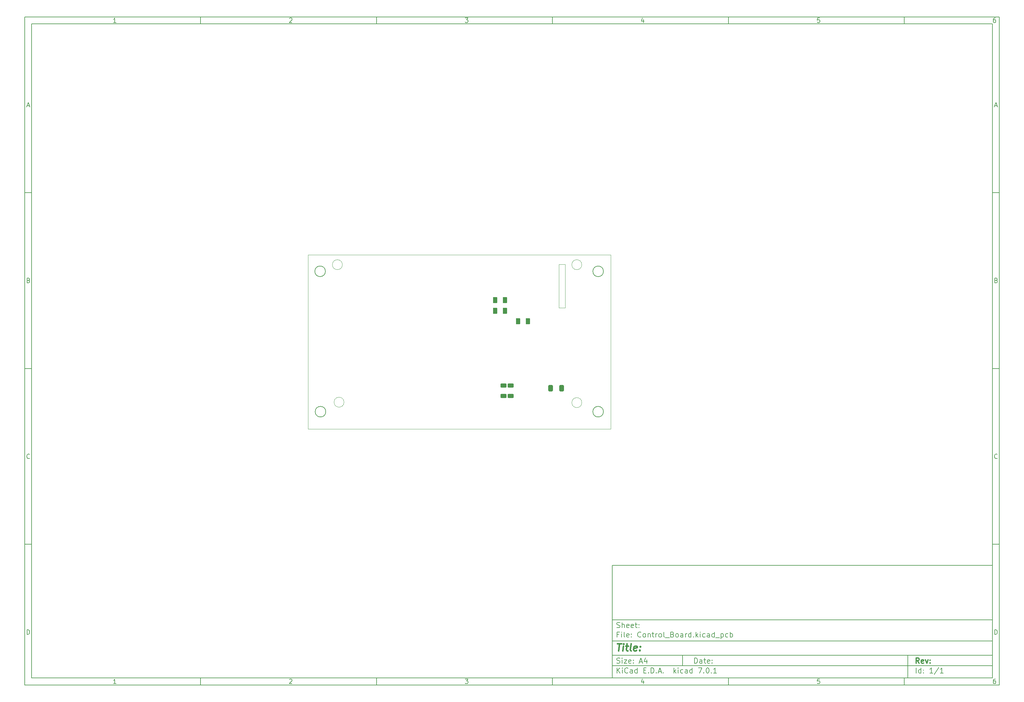
<source format=gbr>
%TF.GenerationSoftware,KiCad,Pcbnew,7.0.1*%
%TF.CreationDate,2024-01-20T13:41:41+00:00*%
%TF.ProjectId,Control_Board,436f6e74-726f-46c5-9f42-6f6172642e6b,rev?*%
%TF.SameCoordinates,Original*%
%TF.FileFunction,Paste,Bot*%
%TF.FilePolarity,Positive*%
%FSLAX45Y45*%
G04 Gerber Fmt 4.5, Leading zero omitted, Abs format (unit mm)*
G04 Created by KiCad (PCBNEW 7.0.1) date 2024-01-20 13:41:41*
%MOMM*%
%LPD*%
G01*
G04 APERTURE LIST*
G04 Aperture macros list*
%AMRoundRect*
0 Rectangle with rounded corners*
0 $1 Rounding radius*
0 $2 $3 $4 $5 $6 $7 $8 $9 X,Y pos of 4 corners*
0 Add a 4 corners polygon primitive as box body*
4,1,4,$2,$3,$4,$5,$6,$7,$8,$9,$2,$3,0*
0 Add four circle primitives for the rounded corners*
1,1,$1+$1,$2,$3*
1,1,$1+$1,$4,$5*
1,1,$1+$1,$6,$7*
1,1,$1+$1,$8,$9*
0 Add four rect primitives between the rounded corners*
20,1,$1+$1,$2,$3,$4,$5,0*
20,1,$1+$1,$4,$5,$6,$7,0*
20,1,$1+$1,$6,$7,$8,$9,0*
20,1,$1+$1,$8,$9,$2,$3,0*%
G04 Aperture macros list end*
%ADD10C,0.100000*%
%ADD11C,0.150000*%
%ADD12C,0.300000*%
%ADD13C,0.400000*%
%ADD14RoundRect,0.250000X0.412500X0.650000X-0.412500X0.650000X-0.412500X-0.650000X0.412500X-0.650000X0*%
%ADD15RoundRect,0.250000X-0.625000X0.312500X-0.625000X-0.312500X0.625000X-0.312500X0.625000X0.312500X0*%
%ADD16RoundRect,0.250000X-0.375000X-0.625000X0.375000X-0.625000X0.375000X0.625000X-0.375000X0.625000X0*%
%ADD17RoundRect,0.250000X0.625000X-0.312500X0.625000X0.312500X-0.625000X0.312500X-0.625000X-0.312500X0*%
%TA.AperFunction,Profile*%
%ADD18C,0.200000*%
%TD*%
%TA.AperFunction,Profile*%
%ADD19C,0.100000*%
%TD*%
G04 APERTURE END LIST*
D10*
D11*
X17700220Y-16600720D02*
X28500220Y-16600720D01*
X28500220Y-19800720D01*
X17700220Y-19800720D01*
X17700220Y-16600720D01*
D10*
D11*
X1000000Y-1000000D02*
X28700220Y-1000000D01*
X28700220Y-20000720D01*
X1000000Y-20000720D01*
X1000000Y-1000000D01*
D10*
D11*
X1200000Y-1200000D02*
X28500220Y-1200000D01*
X28500220Y-19800720D01*
X1200000Y-19800720D01*
X1200000Y-1200000D01*
D10*
D11*
X6000000Y-1200000D02*
X6000000Y-1000000D01*
D10*
D11*
X11000000Y-1200000D02*
X11000000Y-1000000D01*
D10*
D11*
X16000000Y-1200000D02*
X16000000Y-1000000D01*
D10*
D11*
X21000000Y-1200000D02*
X21000000Y-1000000D01*
D10*
D11*
X26000000Y-1200000D02*
X26000000Y-1000000D01*
D10*
D11*
X3599048Y-1160140D02*
X3524762Y-1160140D01*
X3561905Y-1160140D02*
X3561905Y-1030140D01*
X3561905Y-1030140D02*
X3549524Y-1048712D01*
X3549524Y-1048712D02*
X3537143Y-1061093D01*
X3537143Y-1061093D02*
X3524762Y-1067283D01*
D10*
D11*
X8524762Y-1042521D02*
X8530952Y-1036331D01*
X8530952Y-1036331D02*
X8543333Y-1030140D01*
X8543333Y-1030140D02*
X8574286Y-1030140D01*
X8574286Y-1030140D02*
X8586667Y-1036331D01*
X8586667Y-1036331D02*
X8592857Y-1042521D01*
X8592857Y-1042521D02*
X8599048Y-1054902D01*
X8599048Y-1054902D02*
X8599048Y-1067283D01*
X8599048Y-1067283D02*
X8592857Y-1085855D01*
X8592857Y-1085855D02*
X8518571Y-1160140D01*
X8518571Y-1160140D02*
X8599048Y-1160140D01*
D10*
D11*
X13518571Y-1030140D02*
X13599048Y-1030140D01*
X13599048Y-1030140D02*
X13555714Y-1079664D01*
X13555714Y-1079664D02*
X13574286Y-1079664D01*
X13574286Y-1079664D02*
X13586667Y-1085855D01*
X13586667Y-1085855D02*
X13592857Y-1092045D01*
X13592857Y-1092045D02*
X13599048Y-1104426D01*
X13599048Y-1104426D02*
X13599048Y-1135379D01*
X13599048Y-1135379D02*
X13592857Y-1147760D01*
X13592857Y-1147760D02*
X13586667Y-1153950D01*
X13586667Y-1153950D02*
X13574286Y-1160140D01*
X13574286Y-1160140D02*
X13537143Y-1160140D01*
X13537143Y-1160140D02*
X13524762Y-1153950D01*
X13524762Y-1153950D02*
X13518571Y-1147760D01*
D10*
D11*
X18586667Y-1073474D02*
X18586667Y-1160140D01*
X18555714Y-1023950D02*
X18524762Y-1116807D01*
X18524762Y-1116807D02*
X18605238Y-1116807D01*
D10*
D11*
X23592857Y-1030140D02*
X23530952Y-1030140D01*
X23530952Y-1030140D02*
X23524762Y-1092045D01*
X23524762Y-1092045D02*
X23530952Y-1085855D01*
X23530952Y-1085855D02*
X23543333Y-1079664D01*
X23543333Y-1079664D02*
X23574286Y-1079664D01*
X23574286Y-1079664D02*
X23586667Y-1085855D01*
X23586667Y-1085855D02*
X23592857Y-1092045D01*
X23592857Y-1092045D02*
X23599048Y-1104426D01*
X23599048Y-1104426D02*
X23599048Y-1135379D01*
X23599048Y-1135379D02*
X23592857Y-1147760D01*
X23592857Y-1147760D02*
X23586667Y-1153950D01*
X23586667Y-1153950D02*
X23574286Y-1160140D01*
X23574286Y-1160140D02*
X23543333Y-1160140D01*
X23543333Y-1160140D02*
X23530952Y-1153950D01*
X23530952Y-1153950D02*
X23524762Y-1147760D01*
D10*
D11*
X28586667Y-1030140D02*
X28561905Y-1030140D01*
X28561905Y-1030140D02*
X28549524Y-1036331D01*
X28549524Y-1036331D02*
X28543333Y-1042521D01*
X28543333Y-1042521D02*
X28530952Y-1061093D01*
X28530952Y-1061093D02*
X28524762Y-1085855D01*
X28524762Y-1085855D02*
X28524762Y-1135379D01*
X28524762Y-1135379D02*
X28530952Y-1147760D01*
X28530952Y-1147760D02*
X28537143Y-1153950D01*
X28537143Y-1153950D02*
X28549524Y-1160140D01*
X28549524Y-1160140D02*
X28574286Y-1160140D01*
X28574286Y-1160140D02*
X28586667Y-1153950D01*
X28586667Y-1153950D02*
X28592857Y-1147760D01*
X28592857Y-1147760D02*
X28599048Y-1135379D01*
X28599048Y-1135379D02*
X28599048Y-1104426D01*
X28599048Y-1104426D02*
X28592857Y-1092045D01*
X28592857Y-1092045D02*
X28586667Y-1085855D01*
X28586667Y-1085855D02*
X28574286Y-1079664D01*
X28574286Y-1079664D02*
X28549524Y-1079664D01*
X28549524Y-1079664D02*
X28537143Y-1085855D01*
X28537143Y-1085855D02*
X28530952Y-1092045D01*
X28530952Y-1092045D02*
X28524762Y-1104426D01*
D10*
D11*
X6000000Y-19800720D02*
X6000000Y-20000720D01*
D10*
D11*
X11000000Y-19800720D02*
X11000000Y-20000720D01*
D10*
D11*
X16000000Y-19800720D02*
X16000000Y-20000720D01*
D10*
D11*
X21000000Y-19800720D02*
X21000000Y-20000720D01*
D10*
D11*
X26000000Y-19800720D02*
X26000000Y-20000720D01*
D10*
D11*
X3599048Y-19960860D02*
X3524762Y-19960860D01*
X3561905Y-19960860D02*
X3561905Y-19830860D01*
X3561905Y-19830860D02*
X3549524Y-19849432D01*
X3549524Y-19849432D02*
X3537143Y-19861813D01*
X3537143Y-19861813D02*
X3524762Y-19868003D01*
D10*
D11*
X8524762Y-19843241D02*
X8530952Y-19837051D01*
X8530952Y-19837051D02*
X8543333Y-19830860D01*
X8543333Y-19830860D02*
X8574286Y-19830860D01*
X8574286Y-19830860D02*
X8586667Y-19837051D01*
X8586667Y-19837051D02*
X8592857Y-19843241D01*
X8592857Y-19843241D02*
X8599048Y-19855622D01*
X8599048Y-19855622D02*
X8599048Y-19868003D01*
X8599048Y-19868003D02*
X8592857Y-19886575D01*
X8592857Y-19886575D02*
X8518571Y-19960860D01*
X8518571Y-19960860D02*
X8599048Y-19960860D01*
D10*
D11*
X13518571Y-19830860D02*
X13599048Y-19830860D01*
X13599048Y-19830860D02*
X13555714Y-19880384D01*
X13555714Y-19880384D02*
X13574286Y-19880384D01*
X13574286Y-19880384D02*
X13586667Y-19886575D01*
X13586667Y-19886575D02*
X13592857Y-19892765D01*
X13592857Y-19892765D02*
X13599048Y-19905146D01*
X13599048Y-19905146D02*
X13599048Y-19936099D01*
X13599048Y-19936099D02*
X13592857Y-19948480D01*
X13592857Y-19948480D02*
X13586667Y-19954670D01*
X13586667Y-19954670D02*
X13574286Y-19960860D01*
X13574286Y-19960860D02*
X13537143Y-19960860D01*
X13537143Y-19960860D02*
X13524762Y-19954670D01*
X13524762Y-19954670D02*
X13518571Y-19948480D01*
D10*
D11*
X18586667Y-19874194D02*
X18586667Y-19960860D01*
X18555714Y-19824670D02*
X18524762Y-19917527D01*
X18524762Y-19917527D02*
X18605238Y-19917527D01*
D10*
D11*
X23592857Y-19830860D02*
X23530952Y-19830860D01*
X23530952Y-19830860D02*
X23524762Y-19892765D01*
X23524762Y-19892765D02*
X23530952Y-19886575D01*
X23530952Y-19886575D02*
X23543333Y-19880384D01*
X23543333Y-19880384D02*
X23574286Y-19880384D01*
X23574286Y-19880384D02*
X23586667Y-19886575D01*
X23586667Y-19886575D02*
X23592857Y-19892765D01*
X23592857Y-19892765D02*
X23599048Y-19905146D01*
X23599048Y-19905146D02*
X23599048Y-19936099D01*
X23599048Y-19936099D02*
X23592857Y-19948480D01*
X23592857Y-19948480D02*
X23586667Y-19954670D01*
X23586667Y-19954670D02*
X23574286Y-19960860D01*
X23574286Y-19960860D02*
X23543333Y-19960860D01*
X23543333Y-19960860D02*
X23530952Y-19954670D01*
X23530952Y-19954670D02*
X23524762Y-19948480D01*
D10*
D11*
X28586667Y-19830860D02*
X28561905Y-19830860D01*
X28561905Y-19830860D02*
X28549524Y-19837051D01*
X28549524Y-19837051D02*
X28543333Y-19843241D01*
X28543333Y-19843241D02*
X28530952Y-19861813D01*
X28530952Y-19861813D02*
X28524762Y-19886575D01*
X28524762Y-19886575D02*
X28524762Y-19936099D01*
X28524762Y-19936099D02*
X28530952Y-19948480D01*
X28530952Y-19948480D02*
X28537143Y-19954670D01*
X28537143Y-19954670D02*
X28549524Y-19960860D01*
X28549524Y-19960860D02*
X28574286Y-19960860D01*
X28574286Y-19960860D02*
X28586667Y-19954670D01*
X28586667Y-19954670D02*
X28592857Y-19948480D01*
X28592857Y-19948480D02*
X28599048Y-19936099D01*
X28599048Y-19936099D02*
X28599048Y-19905146D01*
X28599048Y-19905146D02*
X28592857Y-19892765D01*
X28592857Y-19892765D02*
X28586667Y-19886575D01*
X28586667Y-19886575D02*
X28574286Y-19880384D01*
X28574286Y-19880384D02*
X28549524Y-19880384D01*
X28549524Y-19880384D02*
X28537143Y-19886575D01*
X28537143Y-19886575D02*
X28530952Y-19892765D01*
X28530952Y-19892765D02*
X28524762Y-19905146D01*
D10*
D11*
X1000000Y-6000000D02*
X1200000Y-6000000D01*
D10*
D11*
X1000000Y-11000000D02*
X1200000Y-11000000D01*
D10*
D11*
X1000000Y-16000000D02*
X1200000Y-16000000D01*
D10*
D11*
X1069048Y-3522998D02*
X1130952Y-3522998D01*
X1056667Y-3560140D02*
X1100000Y-3430140D01*
X1100000Y-3430140D02*
X1143333Y-3560140D01*
D10*
D11*
X1109286Y-8492045D02*
X1127857Y-8498236D01*
X1127857Y-8498236D02*
X1134048Y-8504426D01*
X1134048Y-8504426D02*
X1140238Y-8516807D01*
X1140238Y-8516807D02*
X1140238Y-8535379D01*
X1140238Y-8535379D02*
X1134048Y-8547760D01*
X1134048Y-8547760D02*
X1127857Y-8553950D01*
X1127857Y-8553950D02*
X1115476Y-8560140D01*
X1115476Y-8560140D02*
X1065952Y-8560140D01*
X1065952Y-8560140D02*
X1065952Y-8430140D01*
X1065952Y-8430140D02*
X1109286Y-8430140D01*
X1109286Y-8430140D02*
X1121667Y-8436331D01*
X1121667Y-8436331D02*
X1127857Y-8442521D01*
X1127857Y-8442521D02*
X1134048Y-8454902D01*
X1134048Y-8454902D02*
X1134048Y-8467283D01*
X1134048Y-8467283D02*
X1127857Y-8479664D01*
X1127857Y-8479664D02*
X1121667Y-8485855D01*
X1121667Y-8485855D02*
X1109286Y-8492045D01*
X1109286Y-8492045D02*
X1065952Y-8492045D01*
D10*
D11*
X1140238Y-13547759D02*
X1134048Y-13553950D01*
X1134048Y-13553950D02*
X1115476Y-13560140D01*
X1115476Y-13560140D02*
X1103095Y-13560140D01*
X1103095Y-13560140D02*
X1084524Y-13553950D01*
X1084524Y-13553950D02*
X1072143Y-13541569D01*
X1072143Y-13541569D02*
X1065952Y-13529188D01*
X1065952Y-13529188D02*
X1059762Y-13504426D01*
X1059762Y-13504426D02*
X1059762Y-13485855D01*
X1059762Y-13485855D02*
X1065952Y-13461093D01*
X1065952Y-13461093D02*
X1072143Y-13448712D01*
X1072143Y-13448712D02*
X1084524Y-13436331D01*
X1084524Y-13436331D02*
X1103095Y-13430140D01*
X1103095Y-13430140D02*
X1115476Y-13430140D01*
X1115476Y-13430140D02*
X1134048Y-13436331D01*
X1134048Y-13436331D02*
X1140238Y-13442521D01*
D10*
D11*
X1065952Y-18560140D02*
X1065952Y-18430140D01*
X1065952Y-18430140D02*
X1096905Y-18430140D01*
X1096905Y-18430140D02*
X1115476Y-18436331D01*
X1115476Y-18436331D02*
X1127857Y-18448712D01*
X1127857Y-18448712D02*
X1134048Y-18461093D01*
X1134048Y-18461093D02*
X1140238Y-18485855D01*
X1140238Y-18485855D02*
X1140238Y-18504426D01*
X1140238Y-18504426D02*
X1134048Y-18529188D01*
X1134048Y-18529188D02*
X1127857Y-18541569D01*
X1127857Y-18541569D02*
X1115476Y-18553950D01*
X1115476Y-18553950D02*
X1096905Y-18560140D01*
X1096905Y-18560140D02*
X1065952Y-18560140D01*
D10*
D11*
X28700220Y-6000000D02*
X28500220Y-6000000D01*
D10*
D11*
X28700220Y-11000000D02*
X28500220Y-11000000D01*
D10*
D11*
X28700220Y-16000000D02*
X28500220Y-16000000D01*
D10*
D11*
X28569268Y-3522998D02*
X28631172Y-3522998D01*
X28556887Y-3560140D02*
X28600220Y-3430140D01*
X28600220Y-3430140D02*
X28643553Y-3560140D01*
D10*
D11*
X28609506Y-8492045D02*
X28628077Y-8498236D01*
X28628077Y-8498236D02*
X28634268Y-8504426D01*
X28634268Y-8504426D02*
X28640458Y-8516807D01*
X28640458Y-8516807D02*
X28640458Y-8535379D01*
X28640458Y-8535379D02*
X28634268Y-8547760D01*
X28634268Y-8547760D02*
X28628077Y-8553950D01*
X28628077Y-8553950D02*
X28615696Y-8560140D01*
X28615696Y-8560140D02*
X28566172Y-8560140D01*
X28566172Y-8560140D02*
X28566172Y-8430140D01*
X28566172Y-8430140D02*
X28609506Y-8430140D01*
X28609506Y-8430140D02*
X28621887Y-8436331D01*
X28621887Y-8436331D02*
X28628077Y-8442521D01*
X28628077Y-8442521D02*
X28634268Y-8454902D01*
X28634268Y-8454902D02*
X28634268Y-8467283D01*
X28634268Y-8467283D02*
X28628077Y-8479664D01*
X28628077Y-8479664D02*
X28621887Y-8485855D01*
X28621887Y-8485855D02*
X28609506Y-8492045D01*
X28609506Y-8492045D02*
X28566172Y-8492045D01*
D10*
D11*
X28640458Y-13547759D02*
X28634268Y-13553950D01*
X28634268Y-13553950D02*
X28615696Y-13560140D01*
X28615696Y-13560140D02*
X28603315Y-13560140D01*
X28603315Y-13560140D02*
X28584744Y-13553950D01*
X28584744Y-13553950D02*
X28572363Y-13541569D01*
X28572363Y-13541569D02*
X28566172Y-13529188D01*
X28566172Y-13529188D02*
X28559982Y-13504426D01*
X28559982Y-13504426D02*
X28559982Y-13485855D01*
X28559982Y-13485855D02*
X28566172Y-13461093D01*
X28566172Y-13461093D02*
X28572363Y-13448712D01*
X28572363Y-13448712D02*
X28584744Y-13436331D01*
X28584744Y-13436331D02*
X28603315Y-13430140D01*
X28603315Y-13430140D02*
X28615696Y-13430140D01*
X28615696Y-13430140D02*
X28634268Y-13436331D01*
X28634268Y-13436331D02*
X28640458Y-13442521D01*
D10*
D11*
X28566172Y-18560140D02*
X28566172Y-18430140D01*
X28566172Y-18430140D02*
X28597125Y-18430140D01*
X28597125Y-18430140D02*
X28615696Y-18436331D01*
X28615696Y-18436331D02*
X28628077Y-18448712D01*
X28628077Y-18448712D02*
X28634268Y-18461093D01*
X28634268Y-18461093D02*
X28640458Y-18485855D01*
X28640458Y-18485855D02*
X28640458Y-18504426D01*
X28640458Y-18504426D02*
X28634268Y-18529188D01*
X28634268Y-18529188D02*
X28628077Y-18541569D01*
X28628077Y-18541569D02*
X28615696Y-18553950D01*
X28615696Y-18553950D02*
X28597125Y-18560140D01*
X28597125Y-18560140D02*
X28566172Y-18560140D01*
D10*
D11*
X20035934Y-19380113D02*
X20035934Y-19230113D01*
X20035934Y-19230113D02*
X20071649Y-19230113D01*
X20071649Y-19230113D02*
X20093077Y-19237256D01*
X20093077Y-19237256D02*
X20107363Y-19251541D01*
X20107363Y-19251541D02*
X20114506Y-19265827D01*
X20114506Y-19265827D02*
X20121649Y-19294399D01*
X20121649Y-19294399D02*
X20121649Y-19315827D01*
X20121649Y-19315827D02*
X20114506Y-19344399D01*
X20114506Y-19344399D02*
X20107363Y-19358684D01*
X20107363Y-19358684D02*
X20093077Y-19372970D01*
X20093077Y-19372970D02*
X20071649Y-19380113D01*
X20071649Y-19380113D02*
X20035934Y-19380113D01*
X20250220Y-19380113D02*
X20250220Y-19301541D01*
X20250220Y-19301541D02*
X20243077Y-19287256D01*
X20243077Y-19287256D02*
X20228791Y-19280113D01*
X20228791Y-19280113D02*
X20200220Y-19280113D01*
X20200220Y-19280113D02*
X20185934Y-19287256D01*
X20250220Y-19372970D02*
X20235934Y-19380113D01*
X20235934Y-19380113D02*
X20200220Y-19380113D01*
X20200220Y-19380113D02*
X20185934Y-19372970D01*
X20185934Y-19372970D02*
X20178791Y-19358684D01*
X20178791Y-19358684D02*
X20178791Y-19344399D01*
X20178791Y-19344399D02*
X20185934Y-19330113D01*
X20185934Y-19330113D02*
X20200220Y-19322970D01*
X20200220Y-19322970D02*
X20235934Y-19322970D01*
X20235934Y-19322970D02*
X20250220Y-19315827D01*
X20300220Y-19280113D02*
X20357363Y-19280113D01*
X20321649Y-19230113D02*
X20321649Y-19358684D01*
X20321649Y-19358684D02*
X20328791Y-19372970D01*
X20328791Y-19372970D02*
X20343077Y-19380113D01*
X20343077Y-19380113D02*
X20357363Y-19380113D01*
X20464506Y-19372970D02*
X20450220Y-19380113D01*
X20450220Y-19380113D02*
X20421649Y-19380113D01*
X20421649Y-19380113D02*
X20407363Y-19372970D01*
X20407363Y-19372970D02*
X20400220Y-19358684D01*
X20400220Y-19358684D02*
X20400220Y-19301541D01*
X20400220Y-19301541D02*
X20407363Y-19287256D01*
X20407363Y-19287256D02*
X20421649Y-19280113D01*
X20421649Y-19280113D02*
X20450220Y-19280113D01*
X20450220Y-19280113D02*
X20464506Y-19287256D01*
X20464506Y-19287256D02*
X20471649Y-19301541D01*
X20471649Y-19301541D02*
X20471649Y-19315827D01*
X20471649Y-19315827D02*
X20400220Y-19330113D01*
X20535934Y-19365827D02*
X20543077Y-19372970D01*
X20543077Y-19372970D02*
X20535934Y-19380113D01*
X20535934Y-19380113D02*
X20528791Y-19372970D01*
X20528791Y-19372970D02*
X20535934Y-19365827D01*
X20535934Y-19365827D02*
X20535934Y-19380113D01*
X20535934Y-19287256D02*
X20543077Y-19294399D01*
X20543077Y-19294399D02*
X20535934Y-19301541D01*
X20535934Y-19301541D02*
X20528791Y-19294399D01*
X20528791Y-19294399D02*
X20535934Y-19287256D01*
X20535934Y-19287256D02*
X20535934Y-19301541D01*
D10*
D11*
X17700220Y-19450720D02*
X28500220Y-19450720D01*
D10*
D11*
X17835934Y-19660113D02*
X17835934Y-19510113D01*
X17921649Y-19660113D02*
X17857363Y-19574399D01*
X17921649Y-19510113D02*
X17835934Y-19595827D01*
X17985934Y-19660113D02*
X17985934Y-19560113D01*
X17985934Y-19510113D02*
X17978791Y-19517256D01*
X17978791Y-19517256D02*
X17985934Y-19524399D01*
X17985934Y-19524399D02*
X17993077Y-19517256D01*
X17993077Y-19517256D02*
X17985934Y-19510113D01*
X17985934Y-19510113D02*
X17985934Y-19524399D01*
X18143077Y-19645827D02*
X18135934Y-19652970D01*
X18135934Y-19652970D02*
X18114506Y-19660113D01*
X18114506Y-19660113D02*
X18100220Y-19660113D01*
X18100220Y-19660113D02*
X18078791Y-19652970D01*
X18078791Y-19652970D02*
X18064506Y-19638684D01*
X18064506Y-19638684D02*
X18057363Y-19624399D01*
X18057363Y-19624399D02*
X18050220Y-19595827D01*
X18050220Y-19595827D02*
X18050220Y-19574399D01*
X18050220Y-19574399D02*
X18057363Y-19545827D01*
X18057363Y-19545827D02*
X18064506Y-19531541D01*
X18064506Y-19531541D02*
X18078791Y-19517256D01*
X18078791Y-19517256D02*
X18100220Y-19510113D01*
X18100220Y-19510113D02*
X18114506Y-19510113D01*
X18114506Y-19510113D02*
X18135934Y-19517256D01*
X18135934Y-19517256D02*
X18143077Y-19524399D01*
X18271649Y-19660113D02*
X18271649Y-19581541D01*
X18271649Y-19581541D02*
X18264506Y-19567256D01*
X18264506Y-19567256D02*
X18250220Y-19560113D01*
X18250220Y-19560113D02*
X18221649Y-19560113D01*
X18221649Y-19560113D02*
X18207363Y-19567256D01*
X18271649Y-19652970D02*
X18257363Y-19660113D01*
X18257363Y-19660113D02*
X18221649Y-19660113D01*
X18221649Y-19660113D02*
X18207363Y-19652970D01*
X18207363Y-19652970D02*
X18200220Y-19638684D01*
X18200220Y-19638684D02*
X18200220Y-19624399D01*
X18200220Y-19624399D02*
X18207363Y-19610113D01*
X18207363Y-19610113D02*
X18221649Y-19602970D01*
X18221649Y-19602970D02*
X18257363Y-19602970D01*
X18257363Y-19602970D02*
X18271649Y-19595827D01*
X18407363Y-19660113D02*
X18407363Y-19510113D01*
X18407363Y-19652970D02*
X18393077Y-19660113D01*
X18393077Y-19660113D02*
X18364506Y-19660113D01*
X18364506Y-19660113D02*
X18350220Y-19652970D01*
X18350220Y-19652970D02*
X18343077Y-19645827D01*
X18343077Y-19645827D02*
X18335934Y-19631541D01*
X18335934Y-19631541D02*
X18335934Y-19588684D01*
X18335934Y-19588684D02*
X18343077Y-19574399D01*
X18343077Y-19574399D02*
X18350220Y-19567256D01*
X18350220Y-19567256D02*
X18364506Y-19560113D01*
X18364506Y-19560113D02*
X18393077Y-19560113D01*
X18393077Y-19560113D02*
X18407363Y-19567256D01*
X18593077Y-19581541D02*
X18643077Y-19581541D01*
X18664506Y-19660113D02*
X18593077Y-19660113D01*
X18593077Y-19660113D02*
X18593077Y-19510113D01*
X18593077Y-19510113D02*
X18664506Y-19510113D01*
X18728791Y-19645827D02*
X18735934Y-19652970D01*
X18735934Y-19652970D02*
X18728791Y-19660113D01*
X18728791Y-19660113D02*
X18721649Y-19652970D01*
X18721649Y-19652970D02*
X18728791Y-19645827D01*
X18728791Y-19645827D02*
X18728791Y-19660113D01*
X18800220Y-19660113D02*
X18800220Y-19510113D01*
X18800220Y-19510113D02*
X18835934Y-19510113D01*
X18835934Y-19510113D02*
X18857363Y-19517256D01*
X18857363Y-19517256D02*
X18871649Y-19531541D01*
X18871649Y-19531541D02*
X18878792Y-19545827D01*
X18878792Y-19545827D02*
X18885934Y-19574399D01*
X18885934Y-19574399D02*
X18885934Y-19595827D01*
X18885934Y-19595827D02*
X18878792Y-19624399D01*
X18878792Y-19624399D02*
X18871649Y-19638684D01*
X18871649Y-19638684D02*
X18857363Y-19652970D01*
X18857363Y-19652970D02*
X18835934Y-19660113D01*
X18835934Y-19660113D02*
X18800220Y-19660113D01*
X18950220Y-19645827D02*
X18957363Y-19652970D01*
X18957363Y-19652970D02*
X18950220Y-19660113D01*
X18950220Y-19660113D02*
X18943077Y-19652970D01*
X18943077Y-19652970D02*
X18950220Y-19645827D01*
X18950220Y-19645827D02*
X18950220Y-19660113D01*
X19014506Y-19617256D02*
X19085934Y-19617256D01*
X19000220Y-19660113D02*
X19050220Y-19510113D01*
X19050220Y-19510113D02*
X19100220Y-19660113D01*
X19150220Y-19645827D02*
X19157363Y-19652970D01*
X19157363Y-19652970D02*
X19150220Y-19660113D01*
X19150220Y-19660113D02*
X19143077Y-19652970D01*
X19143077Y-19652970D02*
X19150220Y-19645827D01*
X19150220Y-19645827D02*
X19150220Y-19660113D01*
X19450220Y-19660113D02*
X19450220Y-19510113D01*
X19464506Y-19602970D02*
X19507363Y-19660113D01*
X19507363Y-19560113D02*
X19450220Y-19617256D01*
X19571649Y-19660113D02*
X19571649Y-19560113D01*
X19571649Y-19510113D02*
X19564506Y-19517256D01*
X19564506Y-19517256D02*
X19571649Y-19524399D01*
X19571649Y-19524399D02*
X19578792Y-19517256D01*
X19578792Y-19517256D02*
X19571649Y-19510113D01*
X19571649Y-19510113D02*
X19571649Y-19524399D01*
X19707363Y-19652970D02*
X19693077Y-19660113D01*
X19693077Y-19660113D02*
X19664506Y-19660113D01*
X19664506Y-19660113D02*
X19650220Y-19652970D01*
X19650220Y-19652970D02*
X19643077Y-19645827D01*
X19643077Y-19645827D02*
X19635934Y-19631541D01*
X19635934Y-19631541D02*
X19635934Y-19588684D01*
X19635934Y-19588684D02*
X19643077Y-19574399D01*
X19643077Y-19574399D02*
X19650220Y-19567256D01*
X19650220Y-19567256D02*
X19664506Y-19560113D01*
X19664506Y-19560113D02*
X19693077Y-19560113D01*
X19693077Y-19560113D02*
X19707363Y-19567256D01*
X19835934Y-19660113D02*
X19835934Y-19581541D01*
X19835934Y-19581541D02*
X19828792Y-19567256D01*
X19828792Y-19567256D02*
X19814506Y-19560113D01*
X19814506Y-19560113D02*
X19785934Y-19560113D01*
X19785934Y-19560113D02*
X19771649Y-19567256D01*
X19835934Y-19652970D02*
X19821649Y-19660113D01*
X19821649Y-19660113D02*
X19785934Y-19660113D01*
X19785934Y-19660113D02*
X19771649Y-19652970D01*
X19771649Y-19652970D02*
X19764506Y-19638684D01*
X19764506Y-19638684D02*
X19764506Y-19624399D01*
X19764506Y-19624399D02*
X19771649Y-19610113D01*
X19771649Y-19610113D02*
X19785934Y-19602970D01*
X19785934Y-19602970D02*
X19821649Y-19602970D01*
X19821649Y-19602970D02*
X19835934Y-19595827D01*
X19971649Y-19660113D02*
X19971649Y-19510113D01*
X19971649Y-19652970D02*
X19957363Y-19660113D01*
X19957363Y-19660113D02*
X19928792Y-19660113D01*
X19928792Y-19660113D02*
X19914506Y-19652970D01*
X19914506Y-19652970D02*
X19907363Y-19645827D01*
X19907363Y-19645827D02*
X19900220Y-19631541D01*
X19900220Y-19631541D02*
X19900220Y-19588684D01*
X19900220Y-19588684D02*
X19907363Y-19574399D01*
X19907363Y-19574399D02*
X19914506Y-19567256D01*
X19914506Y-19567256D02*
X19928792Y-19560113D01*
X19928792Y-19560113D02*
X19957363Y-19560113D01*
X19957363Y-19560113D02*
X19971649Y-19567256D01*
X20143077Y-19510113D02*
X20243077Y-19510113D01*
X20243077Y-19510113D02*
X20178792Y-19660113D01*
X20300220Y-19645827D02*
X20307363Y-19652970D01*
X20307363Y-19652970D02*
X20300220Y-19660113D01*
X20300220Y-19660113D02*
X20293077Y-19652970D01*
X20293077Y-19652970D02*
X20300220Y-19645827D01*
X20300220Y-19645827D02*
X20300220Y-19660113D01*
X20400220Y-19510113D02*
X20414506Y-19510113D01*
X20414506Y-19510113D02*
X20428792Y-19517256D01*
X20428792Y-19517256D02*
X20435934Y-19524399D01*
X20435934Y-19524399D02*
X20443077Y-19538684D01*
X20443077Y-19538684D02*
X20450220Y-19567256D01*
X20450220Y-19567256D02*
X20450220Y-19602970D01*
X20450220Y-19602970D02*
X20443077Y-19631541D01*
X20443077Y-19631541D02*
X20435934Y-19645827D01*
X20435934Y-19645827D02*
X20428792Y-19652970D01*
X20428792Y-19652970D02*
X20414506Y-19660113D01*
X20414506Y-19660113D02*
X20400220Y-19660113D01*
X20400220Y-19660113D02*
X20385934Y-19652970D01*
X20385934Y-19652970D02*
X20378792Y-19645827D01*
X20378792Y-19645827D02*
X20371649Y-19631541D01*
X20371649Y-19631541D02*
X20364506Y-19602970D01*
X20364506Y-19602970D02*
X20364506Y-19567256D01*
X20364506Y-19567256D02*
X20371649Y-19538684D01*
X20371649Y-19538684D02*
X20378792Y-19524399D01*
X20378792Y-19524399D02*
X20385934Y-19517256D01*
X20385934Y-19517256D02*
X20400220Y-19510113D01*
X20514506Y-19645827D02*
X20521649Y-19652970D01*
X20521649Y-19652970D02*
X20514506Y-19660113D01*
X20514506Y-19660113D02*
X20507363Y-19652970D01*
X20507363Y-19652970D02*
X20514506Y-19645827D01*
X20514506Y-19645827D02*
X20514506Y-19660113D01*
X20664506Y-19660113D02*
X20578792Y-19660113D01*
X20621649Y-19660113D02*
X20621649Y-19510113D01*
X20621649Y-19510113D02*
X20607363Y-19531541D01*
X20607363Y-19531541D02*
X20593077Y-19545827D01*
X20593077Y-19545827D02*
X20578792Y-19552970D01*
D10*
D11*
X17700220Y-19150720D02*
X28500220Y-19150720D01*
D10*
D12*
X26421648Y-19380113D02*
X26371648Y-19308684D01*
X26335934Y-19380113D02*
X26335934Y-19230113D01*
X26335934Y-19230113D02*
X26393077Y-19230113D01*
X26393077Y-19230113D02*
X26407363Y-19237256D01*
X26407363Y-19237256D02*
X26414506Y-19244399D01*
X26414506Y-19244399D02*
X26421648Y-19258684D01*
X26421648Y-19258684D02*
X26421648Y-19280113D01*
X26421648Y-19280113D02*
X26414506Y-19294399D01*
X26414506Y-19294399D02*
X26407363Y-19301541D01*
X26407363Y-19301541D02*
X26393077Y-19308684D01*
X26393077Y-19308684D02*
X26335934Y-19308684D01*
X26543077Y-19372970D02*
X26528791Y-19380113D01*
X26528791Y-19380113D02*
X26500220Y-19380113D01*
X26500220Y-19380113D02*
X26485934Y-19372970D01*
X26485934Y-19372970D02*
X26478791Y-19358684D01*
X26478791Y-19358684D02*
X26478791Y-19301541D01*
X26478791Y-19301541D02*
X26485934Y-19287256D01*
X26485934Y-19287256D02*
X26500220Y-19280113D01*
X26500220Y-19280113D02*
X26528791Y-19280113D01*
X26528791Y-19280113D02*
X26543077Y-19287256D01*
X26543077Y-19287256D02*
X26550220Y-19301541D01*
X26550220Y-19301541D02*
X26550220Y-19315827D01*
X26550220Y-19315827D02*
X26478791Y-19330113D01*
X26600220Y-19280113D02*
X26635934Y-19380113D01*
X26635934Y-19380113D02*
X26671648Y-19280113D01*
X26728791Y-19365827D02*
X26735934Y-19372970D01*
X26735934Y-19372970D02*
X26728791Y-19380113D01*
X26728791Y-19380113D02*
X26721648Y-19372970D01*
X26721648Y-19372970D02*
X26728791Y-19365827D01*
X26728791Y-19365827D02*
X26728791Y-19380113D01*
X26728791Y-19287256D02*
X26735934Y-19294399D01*
X26735934Y-19294399D02*
X26728791Y-19301541D01*
X26728791Y-19301541D02*
X26721648Y-19294399D01*
X26721648Y-19294399D02*
X26728791Y-19287256D01*
X26728791Y-19287256D02*
X26728791Y-19301541D01*
D10*
D11*
X17828791Y-19372970D02*
X17850220Y-19380113D01*
X17850220Y-19380113D02*
X17885934Y-19380113D01*
X17885934Y-19380113D02*
X17900220Y-19372970D01*
X17900220Y-19372970D02*
X17907363Y-19365827D01*
X17907363Y-19365827D02*
X17914506Y-19351541D01*
X17914506Y-19351541D02*
X17914506Y-19337256D01*
X17914506Y-19337256D02*
X17907363Y-19322970D01*
X17907363Y-19322970D02*
X17900220Y-19315827D01*
X17900220Y-19315827D02*
X17885934Y-19308684D01*
X17885934Y-19308684D02*
X17857363Y-19301541D01*
X17857363Y-19301541D02*
X17843077Y-19294399D01*
X17843077Y-19294399D02*
X17835934Y-19287256D01*
X17835934Y-19287256D02*
X17828791Y-19272970D01*
X17828791Y-19272970D02*
X17828791Y-19258684D01*
X17828791Y-19258684D02*
X17835934Y-19244399D01*
X17835934Y-19244399D02*
X17843077Y-19237256D01*
X17843077Y-19237256D02*
X17857363Y-19230113D01*
X17857363Y-19230113D02*
X17893077Y-19230113D01*
X17893077Y-19230113D02*
X17914506Y-19237256D01*
X17978791Y-19380113D02*
X17978791Y-19280113D01*
X17978791Y-19230113D02*
X17971649Y-19237256D01*
X17971649Y-19237256D02*
X17978791Y-19244399D01*
X17978791Y-19244399D02*
X17985934Y-19237256D01*
X17985934Y-19237256D02*
X17978791Y-19230113D01*
X17978791Y-19230113D02*
X17978791Y-19244399D01*
X18035934Y-19280113D02*
X18114506Y-19280113D01*
X18114506Y-19280113D02*
X18035934Y-19380113D01*
X18035934Y-19380113D02*
X18114506Y-19380113D01*
X18228791Y-19372970D02*
X18214506Y-19380113D01*
X18214506Y-19380113D02*
X18185934Y-19380113D01*
X18185934Y-19380113D02*
X18171649Y-19372970D01*
X18171649Y-19372970D02*
X18164506Y-19358684D01*
X18164506Y-19358684D02*
X18164506Y-19301541D01*
X18164506Y-19301541D02*
X18171649Y-19287256D01*
X18171649Y-19287256D02*
X18185934Y-19280113D01*
X18185934Y-19280113D02*
X18214506Y-19280113D01*
X18214506Y-19280113D02*
X18228791Y-19287256D01*
X18228791Y-19287256D02*
X18235934Y-19301541D01*
X18235934Y-19301541D02*
X18235934Y-19315827D01*
X18235934Y-19315827D02*
X18164506Y-19330113D01*
X18300220Y-19365827D02*
X18307363Y-19372970D01*
X18307363Y-19372970D02*
X18300220Y-19380113D01*
X18300220Y-19380113D02*
X18293077Y-19372970D01*
X18293077Y-19372970D02*
X18300220Y-19365827D01*
X18300220Y-19365827D02*
X18300220Y-19380113D01*
X18300220Y-19287256D02*
X18307363Y-19294399D01*
X18307363Y-19294399D02*
X18300220Y-19301541D01*
X18300220Y-19301541D02*
X18293077Y-19294399D01*
X18293077Y-19294399D02*
X18300220Y-19287256D01*
X18300220Y-19287256D02*
X18300220Y-19301541D01*
X18478791Y-19337256D02*
X18550220Y-19337256D01*
X18464506Y-19380113D02*
X18514506Y-19230113D01*
X18514506Y-19230113D02*
X18564506Y-19380113D01*
X18678791Y-19280113D02*
X18678791Y-19380113D01*
X18643077Y-19222970D02*
X18607363Y-19330113D01*
X18607363Y-19330113D02*
X18700220Y-19330113D01*
D10*
D11*
X26335934Y-19660113D02*
X26335934Y-19510113D01*
X26471649Y-19660113D02*
X26471649Y-19510113D01*
X26471649Y-19652970D02*
X26457363Y-19660113D01*
X26457363Y-19660113D02*
X26428791Y-19660113D01*
X26428791Y-19660113D02*
X26414506Y-19652970D01*
X26414506Y-19652970D02*
X26407363Y-19645827D01*
X26407363Y-19645827D02*
X26400220Y-19631541D01*
X26400220Y-19631541D02*
X26400220Y-19588684D01*
X26400220Y-19588684D02*
X26407363Y-19574399D01*
X26407363Y-19574399D02*
X26414506Y-19567256D01*
X26414506Y-19567256D02*
X26428791Y-19560113D01*
X26428791Y-19560113D02*
X26457363Y-19560113D01*
X26457363Y-19560113D02*
X26471649Y-19567256D01*
X26543077Y-19645827D02*
X26550220Y-19652970D01*
X26550220Y-19652970D02*
X26543077Y-19660113D01*
X26543077Y-19660113D02*
X26535934Y-19652970D01*
X26535934Y-19652970D02*
X26543077Y-19645827D01*
X26543077Y-19645827D02*
X26543077Y-19660113D01*
X26543077Y-19567256D02*
X26550220Y-19574399D01*
X26550220Y-19574399D02*
X26543077Y-19581541D01*
X26543077Y-19581541D02*
X26535934Y-19574399D01*
X26535934Y-19574399D02*
X26543077Y-19567256D01*
X26543077Y-19567256D02*
X26543077Y-19581541D01*
X26807363Y-19660113D02*
X26721649Y-19660113D01*
X26764506Y-19660113D02*
X26764506Y-19510113D01*
X26764506Y-19510113D02*
X26750220Y-19531541D01*
X26750220Y-19531541D02*
X26735934Y-19545827D01*
X26735934Y-19545827D02*
X26721649Y-19552970D01*
X26978791Y-19502970D02*
X26850220Y-19695827D01*
X27107363Y-19660113D02*
X27021649Y-19660113D01*
X27064506Y-19660113D02*
X27064506Y-19510113D01*
X27064506Y-19510113D02*
X27050220Y-19531541D01*
X27050220Y-19531541D02*
X27035934Y-19545827D01*
X27035934Y-19545827D02*
X27021649Y-19552970D01*
D10*
D11*
X17700220Y-18750720D02*
X28500220Y-18750720D01*
D10*
D13*
X17843077Y-18823244D02*
X17957363Y-18823244D01*
X17875220Y-19023244D02*
X17900220Y-18823244D01*
X17997839Y-19023244D02*
X18014506Y-18889910D01*
X18022839Y-18823244D02*
X18012125Y-18832768D01*
X18012125Y-18832768D02*
X18020458Y-18842291D01*
X18020458Y-18842291D02*
X18031172Y-18832768D01*
X18031172Y-18832768D02*
X18022839Y-18823244D01*
X18022839Y-18823244D02*
X18020458Y-18842291D01*
X18079982Y-18889910D02*
X18156172Y-18889910D01*
X18116887Y-18823244D02*
X18095458Y-18994672D01*
X18095458Y-18994672D02*
X18102601Y-19013720D01*
X18102601Y-19013720D02*
X18120458Y-19023244D01*
X18120458Y-19023244D02*
X18139506Y-19023244D01*
X18233553Y-19023244D02*
X18215696Y-19013720D01*
X18215696Y-19013720D02*
X18208553Y-18994672D01*
X18208553Y-18994672D02*
X18229982Y-18823244D01*
X18385934Y-19013720D02*
X18365696Y-19023244D01*
X18365696Y-19023244D02*
X18327601Y-19023244D01*
X18327601Y-19023244D02*
X18309744Y-19013720D01*
X18309744Y-19013720D02*
X18302601Y-18994672D01*
X18302601Y-18994672D02*
X18312125Y-18918482D01*
X18312125Y-18918482D02*
X18324029Y-18899434D01*
X18324029Y-18899434D02*
X18344268Y-18889910D01*
X18344268Y-18889910D02*
X18382363Y-18889910D01*
X18382363Y-18889910D02*
X18400220Y-18899434D01*
X18400220Y-18899434D02*
X18407363Y-18918482D01*
X18407363Y-18918482D02*
X18404982Y-18937530D01*
X18404982Y-18937530D02*
X18307363Y-18956577D01*
X18481172Y-19004196D02*
X18489506Y-19013720D01*
X18489506Y-19013720D02*
X18478791Y-19023244D01*
X18478791Y-19023244D02*
X18470458Y-19013720D01*
X18470458Y-19013720D02*
X18481172Y-19004196D01*
X18481172Y-19004196D02*
X18478791Y-19023244D01*
X18494268Y-18899434D02*
X18502601Y-18908958D01*
X18502601Y-18908958D02*
X18491887Y-18918482D01*
X18491887Y-18918482D02*
X18483553Y-18908958D01*
X18483553Y-18908958D02*
X18494268Y-18899434D01*
X18494268Y-18899434D02*
X18491887Y-18918482D01*
D10*
D11*
X17885934Y-18561541D02*
X17835934Y-18561541D01*
X17835934Y-18640113D02*
X17835934Y-18490113D01*
X17835934Y-18490113D02*
X17907363Y-18490113D01*
X17964506Y-18640113D02*
X17964506Y-18540113D01*
X17964506Y-18490113D02*
X17957363Y-18497256D01*
X17957363Y-18497256D02*
X17964506Y-18504399D01*
X17964506Y-18504399D02*
X17971649Y-18497256D01*
X17971649Y-18497256D02*
X17964506Y-18490113D01*
X17964506Y-18490113D02*
X17964506Y-18504399D01*
X18057363Y-18640113D02*
X18043077Y-18632970D01*
X18043077Y-18632970D02*
X18035934Y-18618684D01*
X18035934Y-18618684D02*
X18035934Y-18490113D01*
X18171649Y-18632970D02*
X18157363Y-18640113D01*
X18157363Y-18640113D02*
X18128791Y-18640113D01*
X18128791Y-18640113D02*
X18114506Y-18632970D01*
X18114506Y-18632970D02*
X18107363Y-18618684D01*
X18107363Y-18618684D02*
X18107363Y-18561541D01*
X18107363Y-18561541D02*
X18114506Y-18547256D01*
X18114506Y-18547256D02*
X18128791Y-18540113D01*
X18128791Y-18540113D02*
X18157363Y-18540113D01*
X18157363Y-18540113D02*
X18171649Y-18547256D01*
X18171649Y-18547256D02*
X18178791Y-18561541D01*
X18178791Y-18561541D02*
X18178791Y-18575827D01*
X18178791Y-18575827D02*
X18107363Y-18590113D01*
X18243077Y-18625827D02*
X18250220Y-18632970D01*
X18250220Y-18632970D02*
X18243077Y-18640113D01*
X18243077Y-18640113D02*
X18235934Y-18632970D01*
X18235934Y-18632970D02*
X18243077Y-18625827D01*
X18243077Y-18625827D02*
X18243077Y-18640113D01*
X18243077Y-18547256D02*
X18250220Y-18554399D01*
X18250220Y-18554399D02*
X18243077Y-18561541D01*
X18243077Y-18561541D02*
X18235934Y-18554399D01*
X18235934Y-18554399D02*
X18243077Y-18547256D01*
X18243077Y-18547256D02*
X18243077Y-18561541D01*
X18514506Y-18625827D02*
X18507363Y-18632970D01*
X18507363Y-18632970D02*
X18485934Y-18640113D01*
X18485934Y-18640113D02*
X18471649Y-18640113D01*
X18471649Y-18640113D02*
X18450220Y-18632970D01*
X18450220Y-18632970D02*
X18435934Y-18618684D01*
X18435934Y-18618684D02*
X18428791Y-18604399D01*
X18428791Y-18604399D02*
X18421649Y-18575827D01*
X18421649Y-18575827D02*
X18421649Y-18554399D01*
X18421649Y-18554399D02*
X18428791Y-18525827D01*
X18428791Y-18525827D02*
X18435934Y-18511541D01*
X18435934Y-18511541D02*
X18450220Y-18497256D01*
X18450220Y-18497256D02*
X18471649Y-18490113D01*
X18471649Y-18490113D02*
X18485934Y-18490113D01*
X18485934Y-18490113D02*
X18507363Y-18497256D01*
X18507363Y-18497256D02*
X18514506Y-18504399D01*
X18600220Y-18640113D02*
X18585934Y-18632970D01*
X18585934Y-18632970D02*
X18578791Y-18625827D01*
X18578791Y-18625827D02*
X18571649Y-18611541D01*
X18571649Y-18611541D02*
X18571649Y-18568684D01*
X18571649Y-18568684D02*
X18578791Y-18554399D01*
X18578791Y-18554399D02*
X18585934Y-18547256D01*
X18585934Y-18547256D02*
X18600220Y-18540113D01*
X18600220Y-18540113D02*
X18621649Y-18540113D01*
X18621649Y-18540113D02*
X18635934Y-18547256D01*
X18635934Y-18547256D02*
X18643077Y-18554399D01*
X18643077Y-18554399D02*
X18650220Y-18568684D01*
X18650220Y-18568684D02*
X18650220Y-18611541D01*
X18650220Y-18611541D02*
X18643077Y-18625827D01*
X18643077Y-18625827D02*
X18635934Y-18632970D01*
X18635934Y-18632970D02*
X18621649Y-18640113D01*
X18621649Y-18640113D02*
X18600220Y-18640113D01*
X18714506Y-18540113D02*
X18714506Y-18640113D01*
X18714506Y-18554399D02*
X18721649Y-18547256D01*
X18721649Y-18547256D02*
X18735934Y-18540113D01*
X18735934Y-18540113D02*
X18757363Y-18540113D01*
X18757363Y-18540113D02*
X18771649Y-18547256D01*
X18771649Y-18547256D02*
X18778791Y-18561541D01*
X18778791Y-18561541D02*
X18778791Y-18640113D01*
X18828791Y-18540113D02*
X18885934Y-18540113D01*
X18850220Y-18490113D02*
X18850220Y-18618684D01*
X18850220Y-18618684D02*
X18857363Y-18632970D01*
X18857363Y-18632970D02*
X18871649Y-18640113D01*
X18871649Y-18640113D02*
X18885934Y-18640113D01*
X18935934Y-18640113D02*
X18935934Y-18540113D01*
X18935934Y-18568684D02*
X18943077Y-18554399D01*
X18943077Y-18554399D02*
X18950220Y-18547256D01*
X18950220Y-18547256D02*
X18964506Y-18540113D01*
X18964506Y-18540113D02*
X18978791Y-18540113D01*
X19050220Y-18640113D02*
X19035934Y-18632970D01*
X19035934Y-18632970D02*
X19028791Y-18625827D01*
X19028791Y-18625827D02*
X19021649Y-18611541D01*
X19021649Y-18611541D02*
X19021649Y-18568684D01*
X19021649Y-18568684D02*
X19028791Y-18554399D01*
X19028791Y-18554399D02*
X19035934Y-18547256D01*
X19035934Y-18547256D02*
X19050220Y-18540113D01*
X19050220Y-18540113D02*
X19071649Y-18540113D01*
X19071649Y-18540113D02*
X19085934Y-18547256D01*
X19085934Y-18547256D02*
X19093077Y-18554399D01*
X19093077Y-18554399D02*
X19100220Y-18568684D01*
X19100220Y-18568684D02*
X19100220Y-18611541D01*
X19100220Y-18611541D02*
X19093077Y-18625827D01*
X19093077Y-18625827D02*
X19085934Y-18632970D01*
X19085934Y-18632970D02*
X19071649Y-18640113D01*
X19071649Y-18640113D02*
X19050220Y-18640113D01*
X19185934Y-18640113D02*
X19171649Y-18632970D01*
X19171649Y-18632970D02*
X19164506Y-18618684D01*
X19164506Y-18618684D02*
X19164506Y-18490113D01*
X19207363Y-18654399D02*
X19321649Y-18654399D01*
X19407363Y-18561541D02*
X19428791Y-18568684D01*
X19428791Y-18568684D02*
X19435934Y-18575827D01*
X19435934Y-18575827D02*
X19443077Y-18590113D01*
X19443077Y-18590113D02*
X19443077Y-18611541D01*
X19443077Y-18611541D02*
X19435934Y-18625827D01*
X19435934Y-18625827D02*
X19428791Y-18632970D01*
X19428791Y-18632970D02*
X19414506Y-18640113D01*
X19414506Y-18640113D02*
X19357363Y-18640113D01*
X19357363Y-18640113D02*
X19357363Y-18490113D01*
X19357363Y-18490113D02*
X19407363Y-18490113D01*
X19407363Y-18490113D02*
X19421649Y-18497256D01*
X19421649Y-18497256D02*
X19428791Y-18504399D01*
X19428791Y-18504399D02*
X19435934Y-18518684D01*
X19435934Y-18518684D02*
X19435934Y-18532970D01*
X19435934Y-18532970D02*
X19428791Y-18547256D01*
X19428791Y-18547256D02*
X19421649Y-18554399D01*
X19421649Y-18554399D02*
X19407363Y-18561541D01*
X19407363Y-18561541D02*
X19357363Y-18561541D01*
X19528791Y-18640113D02*
X19514506Y-18632970D01*
X19514506Y-18632970D02*
X19507363Y-18625827D01*
X19507363Y-18625827D02*
X19500220Y-18611541D01*
X19500220Y-18611541D02*
X19500220Y-18568684D01*
X19500220Y-18568684D02*
X19507363Y-18554399D01*
X19507363Y-18554399D02*
X19514506Y-18547256D01*
X19514506Y-18547256D02*
X19528791Y-18540113D01*
X19528791Y-18540113D02*
X19550220Y-18540113D01*
X19550220Y-18540113D02*
X19564506Y-18547256D01*
X19564506Y-18547256D02*
X19571649Y-18554399D01*
X19571649Y-18554399D02*
X19578791Y-18568684D01*
X19578791Y-18568684D02*
X19578791Y-18611541D01*
X19578791Y-18611541D02*
X19571649Y-18625827D01*
X19571649Y-18625827D02*
X19564506Y-18632970D01*
X19564506Y-18632970D02*
X19550220Y-18640113D01*
X19550220Y-18640113D02*
X19528791Y-18640113D01*
X19707363Y-18640113D02*
X19707363Y-18561541D01*
X19707363Y-18561541D02*
X19700220Y-18547256D01*
X19700220Y-18547256D02*
X19685934Y-18540113D01*
X19685934Y-18540113D02*
X19657363Y-18540113D01*
X19657363Y-18540113D02*
X19643077Y-18547256D01*
X19707363Y-18632970D02*
X19693077Y-18640113D01*
X19693077Y-18640113D02*
X19657363Y-18640113D01*
X19657363Y-18640113D02*
X19643077Y-18632970D01*
X19643077Y-18632970D02*
X19635934Y-18618684D01*
X19635934Y-18618684D02*
X19635934Y-18604399D01*
X19635934Y-18604399D02*
X19643077Y-18590113D01*
X19643077Y-18590113D02*
X19657363Y-18582970D01*
X19657363Y-18582970D02*
X19693077Y-18582970D01*
X19693077Y-18582970D02*
X19707363Y-18575827D01*
X19778791Y-18640113D02*
X19778791Y-18540113D01*
X19778791Y-18568684D02*
X19785934Y-18554399D01*
X19785934Y-18554399D02*
X19793077Y-18547256D01*
X19793077Y-18547256D02*
X19807363Y-18540113D01*
X19807363Y-18540113D02*
X19821649Y-18540113D01*
X19935934Y-18640113D02*
X19935934Y-18490113D01*
X19935934Y-18632970D02*
X19921648Y-18640113D01*
X19921648Y-18640113D02*
X19893077Y-18640113D01*
X19893077Y-18640113D02*
X19878791Y-18632970D01*
X19878791Y-18632970D02*
X19871648Y-18625827D01*
X19871648Y-18625827D02*
X19864506Y-18611541D01*
X19864506Y-18611541D02*
X19864506Y-18568684D01*
X19864506Y-18568684D02*
X19871648Y-18554399D01*
X19871648Y-18554399D02*
X19878791Y-18547256D01*
X19878791Y-18547256D02*
X19893077Y-18540113D01*
X19893077Y-18540113D02*
X19921648Y-18540113D01*
X19921648Y-18540113D02*
X19935934Y-18547256D01*
X20007363Y-18625827D02*
X20014506Y-18632970D01*
X20014506Y-18632970D02*
X20007363Y-18640113D01*
X20007363Y-18640113D02*
X20000220Y-18632970D01*
X20000220Y-18632970D02*
X20007363Y-18625827D01*
X20007363Y-18625827D02*
X20007363Y-18640113D01*
X20078791Y-18640113D02*
X20078791Y-18490113D01*
X20093077Y-18582970D02*
X20135934Y-18640113D01*
X20135934Y-18540113D02*
X20078791Y-18597256D01*
X20200220Y-18640113D02*
X20200220Y-18540113D01*
X20200220Y-18490113D02*
X20193077Y-18497256D01*
X20193077Y-18497256D02*
X20200220Y-18504399D01*
X20200220Y-18504399D02*
X20207363Y-18497256D01*
X20207363Y-18497256D02*
X20200220Y-18490113D01*
X20200220Y-18490113D02*
X20200220Y-18504399D01*
X20335934Y-18632970D02*
X20321649Y-18640113D01*
X20321649Y-18640113D02*
X20293077Y-18640113D01*
X20293077Y-18640113D02*
X20278791Y-18632970D01*
X20278791Y-18632970D02*
X20271649Y-18625827D01*
X20271649Y-18625827D02*
X20264506Y-18611541D01*
X20264506Y-18611541D02*
X20264506Y-18568684D01*
X20264506Y-18568684D02*
X20271649Y-18554399D01*
X20271649Y-18554399D02*
X20278791Y-18547256D01*
X20278791Y-18547256D02*
X20293077Y-18540113D01*
X20293077Y-18540113D02*
X20321649Y-18540113D01*
X20321649Y-18540113D02*
X20335934Y-18547256D01*
X20464506Y-18640113D02*
X20464506Y-18561541D01*
X20464506Y-18561541D02*
X20457363Y-18547256D01*
X20457363Y-18547256D02*
X20443077Y-18540113D01*
X20443077Y-18540113D02*
X20414506Y-18540113D01*
X20414506Y-18540113D02*
X20400220Y-18547256D01*
X20464506Y-18632970D02*
X20450220Y-18640113D01*
X20450220Y-18640113D02*
X20414506Y-18640113D01*
X20414506Y-18640113D02*
X20400220Y-18632970D01*
X20400220Y-18632970D02*
X20393077Y-18618684D01*
X20393077Y-18618684D02*
X20393077Y-18604399D01*
X20393077Y-18604399D02*
X20400220Y-18590113D01*
X20400220Y-18590113D02*
X20414506Y-18582970D01*
X20414506Y-18582970D02*
X20450220Y-18582970D01*
X20450220Y-18582970D02*
X20464506Y-18575827D01*
X20600220Y-18640113D02*
X20600220Y-18490113D01*
X20600220Y-18632970D02*
X20585934Y-18640113D01*
X20585934Y-18640113D02*
X20557363Y-18640113D01*
X20557363Y-18640113D02*
X20543077Y-18632970D01*
X20543077Y-18632970D02*
X20535934Y-18625827D01*
X20535934Y-18625827D02*
X20528791Y-18611541D01*
X20528791Y-18611541D02*
X20528791Y-18568684D01*
X20528791Y-18568684D02*
X20535934Y-18554399D01*
X20535934Y-18554399D02*
X20543077Y-18547256D01*
X20543077Y-18547256D02*
X20557363Y-18540113D01*
X20557363Y-18540113D02*
X20585934Y-18540113D01*
X20585934Y-18540113D02*
X20600220Y-18547256D01*
X20635934Y-18654399D02*
X20750220Y-18654399D01*
X20785934Y-18540113D02*
X20785934Y-18690113D01*
X20785934Y-18547256D02*
X20800220Y-18540113D01*
X20800220Y-18540113D02*
X20828791Y-18540113D01*
X20828791Y-18540113D02*
X20843077Y-18547256D01*
X20843077Y-18547256D02*
X20850220Y-18554399D01*
X20850220Y-18554399D02*
X20857363Y-18568684D01*
X20857363Y-18568684D02*
X20857363Y-18611541D01*
X20857363Y-18611541D02*
X20850220Y-18625827D01*
X20850220Y-18625827D02*
X20843077Y-18632970D01*
X20843077Y-18632970D02*
X20828791Y-18640113D01*
X20828791Y-18640113D02*
X20800220Y-18640113D01*
X20800220Y-18640113D02*
X20785934Y-18632970D01*
X20985934Y-18632970D02*
X20971649Y-18640113D01*
X20971649Y-18640113D02*
X20943077Y-18640113D01*
X20943077Y-18640113D02*
X20928791Y-18632970D01*
X20928791Y-18632970D02*
X20921649Y-18625827D01*
X20921649Y-18625827D02*
X20914506Y-18611541D01*
X20914506Y-18611541D02*
X20914506Y-18568684D01*
X20914506Y-18568684D02*
X20921649Y-18554399D01*
X20921649Y-18554399D02*
X20928791Y-18547256D01*
X20928791Y-18547256D02*
X20943077Y-18540113D01*
X20943077Y-18540113D02*
X20971649Y-18540113D01*
X20971649Y-18540113D02*
X20985934Y-18547256D01*
X21050220Y-18640113D02*
X21050220Y-18490113D01*
X21050220Y-18547256D02*
X21064506Y-18540113D01*
X21064506Y-18540113D02*
X21093077Y-18540113D01*
X21093077Y-18540113D02*
X21107363Y-18547256D01*
X21107363Y-18547256D02*
X21114506Y-18554399D01*
X21114506Y-18554399D02*
X21121649Y-18568684D01*
X21121649Y-18568684D02*
X21121649Y-18611541D01*
X21121649Y-18611541D02*
X21114506Y-18625827D01*
X21114506Y-18625827D02*
X21107363Y-18632970D01*
X21107363Y-18632970D02*
X21093077Y-18640113D01*
X21093077Y-18640113D02*
X21064506Y-18640113D01*
X21064506Y-18640113D02*
X21050220Y-18632970D01*
D10*
D11*
X17700220Y-18150720D02*
X28500220Y-18150720D01*
D10*
D11*
X17828791Y-18362970D02*
X17850220Y-18370113D01*
X17850220Y-18370113D02*
X17885934Y-18370113D01*
X17885934Y-18370113D02*
X17900220Y-18362970D01*
X17900220Y-18362970D02*
X17907363Y-18355827D01*
X17907363Y-18355827D02*
X17914506Y-18341541D01*
X17914506Y-18341541D02*
X17914506Y-18327256D01*
X17914506Y-18327256D02*
X17907363Y-18312970D01*
X17907363Y-18312970D02*
X17900220Y-18305827D01*
X17900220Y-18305827D02*
X17885934Y-18298684D01*
X17885934Y-18298684D02*
X17857363Y-18291541D01*
X17857363Y-18291541D02*
X17843077Y-18284399D01*
X17843077Y-18284399D02*
X17835934Y-18277256D01*
X17835934Y-18277256D02*
X17828791Y-18262970D01*
X17828791Y-18262970D02*
X17828791Y-18248684D01*
X17828791Y-18248684D02*
X17835934Y-18234399D01*
X17835934Y-18234399D02*
X17843077Y-18227256D01*
X17843077Y-18227256D02*
X17857363Y-18220113D01*
X17857363Y-18220113D02*
X17893077Y-18220113D01*
X17893077Y-18220113D02*
X17914506Y-18227256D01*
X17978791Y-18370113D02*
X17978791Y-18220113D01*
X18043077Y-18370113D02*
X18043077Y-18291541D01*
X18043077Y-18291541D02*
X18035934Y-18277256D01*
X18035934Y-18277256D02*
X18021649Y-18270113D01*
X18021649Y-18270113D02*
X18000220Y-18270113D01*
X18000220Y-18270113D02*
X17985934Y-18277256D01*
X17985934Y-18277256D02*
X17978791Y-18284399D01*
X18171649Y-18362970D02*
X18157363Y-18370113D01*
X18157363Y-18370113D02*
X18128791Y-18370113D01*
X18128791Y-18370113D02*
X18114506Y-18362970D01*
X18114506Y-18362970D02*
X18107363Y-18348684D01*
X18107363Y-18348684D02*
X18107363Y-18291541D01*
X18107363Y-18291541D02*
X18114506Y-18277256D01*
X18114506Y-18277256D02*
X18128791Y-18270113D01*
X18128791Y-18270113D02*
X18157363Y-18270113D01*
X18157363Y-18270113D02*
X18171649Y-18277256D01*
X18171649Y-18277256D02*
X18178791Y-18291541D01*
X18178791Y-18291541D02*
X18178791Y-18305827D01*
X18178791Y-18305827D02*
X18107363Y-18320113D01*
X18300220Y-18362970D02*
X18285934Y-18370113D01*
X18285934Y-18370113D02*
X18257363Y-18370113D01*
X18257363Y-18370113D02*
X18243077Y-18362970D01*
X18243077Y-18362970D02*
X18235934Y-18348684D01*
X18235934Y-18348684D02*
X18235934Y-18291541D01*
X18235934Y-18291541D02*
X18243077Y-18277256D01*
X18243077Y-18277256D02*
X18257363Y-18270113D01*
X18257363Y-18270113D02*
X18285934Y-18270113D01*
X18285934Y-18270113D02*
X18300220Y-18277256D01*
X18300220Y-18277256D02*
X18307363Y-18291541D01*
X18307363Y-18291541D02*
X18307363Y-18305827D01*
X18307363Y-18305827D02*
X18235934Y-18320113D01*
X18350220Y-18270113D02*
X18407363Y-18270113D01*
X18371648Y-18220113D02*
X18371648Y-18348684D01*
X18371648Y-18348684D02*
X18378791Y-18362970D01*
X18378791Y-18362970D02*
X18393077Y-18370113D01*
X18393077Y-18370113D02*
X18407363Y-18370113D01*
X18457363Y-18355827D02*
X18464506Y-18362970D01*
X18464506Y-18362970D02*
X18457363Y-18370113D01*
X18457363Y-18370113D02*
X18450220Y-18362970D01*
X18450220Y-18362970D02*
X18457363Y-18355827D01*
X18457363Y-18355827D02*
X18457363Y-18370113D01*
X18457363Y-18277256D02*
X18464506Y-18284399D01*
X18464506Y-18284399D02*
X18457363Y-18291541D01*
X18457363Y-18291541D02*
X18450220Y-18284399D01*
X18450220Y-18284399D02*
X18457363Y-18277256D01*
X18457363Y-18277256D02*
X18457363Y-18291541D01*
D10*
D12*
D10*
D11*
D10*
D11*
D10*
D11*
D10*
D11*
D10*
D11*
X19700220Y-19150720D02*
X19700220Y-19450720D01*
D10*
D11*
X26100220Y-19150720D02*
X26100220Y-19800720D01*
D14*
%TO.C,C3*%
X16255250Y-11560000D03*
X15942750Y-11560000D03*
%TD*%
D15*
%TO.C,R7*%
X14814000Y-11483500D03*
X14814000Y-11776000D03*
%TD*%
D16*
%TO.C,D2*%
X14371000Y-9054000D03*
X14651000Y-9054000D03*
%TD*%
%TO.C,D3*%
X14374000Y-9356500D03*
X14654000Y-9356500D03*
%TD*%
D17*
%TO.C,R8*%
X14612000Y-11776250D03*
X14612000Y-11483750D03*
%TD*%
D16*
%TO.C,D5*%
X15020000Y-9653000D03*
X15300000Y-9653000D03*
%TD*%
D18*
X17448541Y-8236000D02*
G75*
G03*
X17448541Y-8236000I-150541J0D01*
G01*
D19*
X16180000Y-8037000D02*
X16360000Y-8037000D01*
X16360000Y-9277000D01*
X16180000Y-9277000D01*
X16180000Y-8037000D01*
X16832500Y-8047000D02*
G75*
G03*
X16832500Y-8047000I-141532J0D01*
G01*
X10029032Y-8047000D02*
G75*
G03*
X10029032Y-8047000I-141532J0D01*
G01*
D18*
X9557541Y-12227000D02*
G75*
G03*
X9557541Y-12227000I-150541J0D01*
G01*
X9546541Y-8235000D02*
G75*
G03*
X9546541Y-8235000I-150541J0D01*
G01*
X17447541Y-12227000D02*
G75*
G03*
X17447541Y-12227000I-150541J0D01*
G01*
D19*
X10075000Y-11957000D02*
G75*
G03*
X10075000Y-11957000I-141532J0D01*
G01*
X16833000Y-11969500D02*
G75*
G03*
X16833000Y-11969500I-141532J0D01*
G01*
X9056000Y-7769500D02*
X17653000Y-7769500D01*
X17653000Y-12719500D01*
X9056000Y-12719500D01*
X9056000Y-7769500D01*
M02*

</source>
